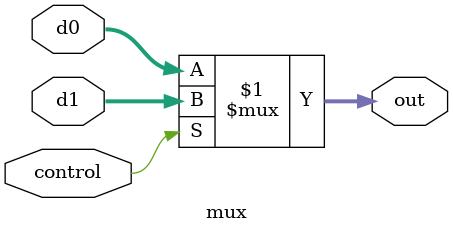
<source format=v>
module mux (
  input control,
  input [31:0] d0,
  input [31:0] d1,
  output [31:0] out
  );
 
  assign out = control ? d1 : d0;
  
endmodule


</source>
